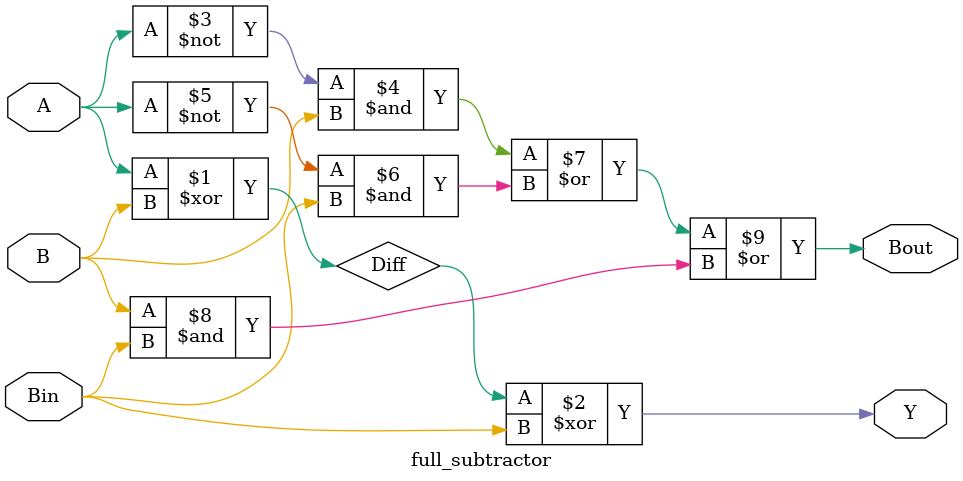
<source format=v>
module full_subtractor (
    input A, B, Bin,
    output Y, Bout
);
    wire Diff;
    assign Diff = A ^ B;

    assign Y = Diff ^ Bin;
    assign Bout = (~A & B) | (~A & Bin) | (B & Bin);

endmodule
</source>
